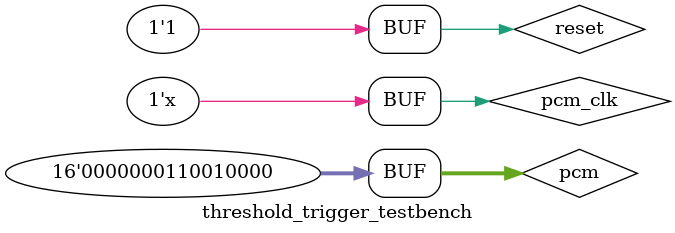
<source format=v>
/*****************************************************************************
 * Threshold Trigger
 * IN  PCM
 * IN  RESET
 * OUT Trigger
 * PARAM Threshold
 *****************************************************************************/

module threshold_trigger(reset, pcm, pcm_clk, triggered);

	input               reset;

	input signed [15:0] pcm;
	input					  pcm_clk;

	output reg			  triggered;

	parameter THRESHOLD = 600;

	always @(posedge pcm_clk)
	begin

		if (reset)
		begin

			triggered <= 1'b0;

		end

		else if( pcm > THRESHOLD )
		begin

			triggered      <= 1'b1;

		end

	end

endmodule

module threshold_trigger_testbench();


	reg reset, pcm_clk;

	reg signed [15:0] pcm;

	wire triggered;

	parameter stim_delay = 10;

	threshold_trigger DUT(reset, pcm, pcm_clk, triggered);

	initial
	begin

		// Start with module in reset
		reset = 1; pcm = 0; pcm_clk = 0;

		#(stim_delay) ;
		#(stim_delay) ;
		#(stim_delay) reset = 0;
		#(stim_delay) pcm = 300;
		#(stim_delay) pcm = 400;
		#(stim_delay) pcm = 500;
		#(stim_delay) pcm = 600;
		#(stim_delay) pcm = 700;
		#(stim_delay) pcm = 600;
		#(stim_delay) pcm = 500;
		#(stim_delay) pcm = 400;
		#(stim_delay) reset = 1;
		#(stim_delay) ;
		#(stim_delay) ;
		
	end

	// Setup clock toggles
	always 
	begin
		#5  pcm_clk =  !pcm_clk; 
	end


endmodule
</source>
